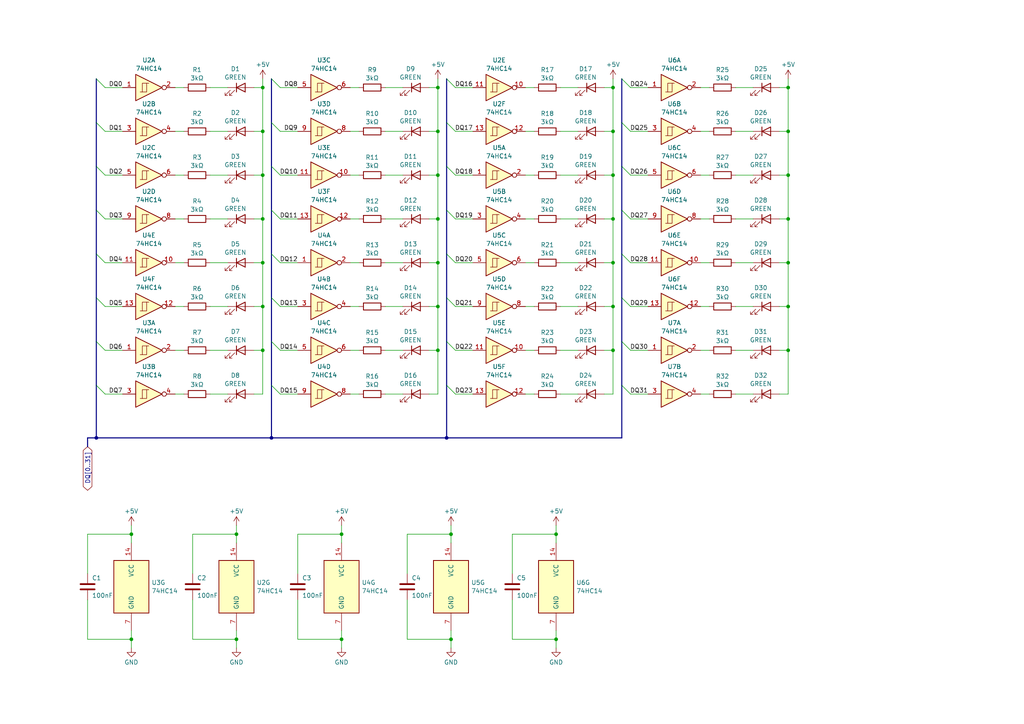
<source format=kicad_sch>
(kicad_sch (version 20231120) (generator "eeschema") (generator_version "8.0")
  (paper "A4")
  (title_block (title "SIMM72BL") (date "2024-12-04") (rev "1.2") (company "Lostwave") (comment 1 "https://github.com/demik/oldworld") (comment 2 "68kmla"))
  (lib_symbols
    (symbol "74xx:74HC14" (pin_names (offset 1.016))
      (property "Reference" "U" (at 0 1.27 0))
      (property "Value" "74HC14" (at 0 -1.27 0))
      (symbol "74HC14_1_0"
        (pin input line (at -7.62 0 0) (length 3.81) (name "~") (number "1"))
        (pin output inverted (at 7.62 0 180) (length 3.81) (name "~") (number "2"))
      )
      (symbol "74HC14_2_0"
        (pin input line (at -7.62 0 0) (length 3.81) (name "~") (number "3"))
        (pin output inverted (at 7.62 0 180) (length 3.81) (name "~") (number "4"))
      )
      (symbol "74HC14_3_0"
        (pin input line (at -7.62 0 0) (length 3.81) (name "~") (number "5"))
        (pin output inverted (at 7.62 0 180) (length 3.81) (name "~") (number "6"))
      )
      (symbol "74HC14_4_0"
        (pin output inverted (at 7.62 0 180) (length 3.81) (name "~") (number "8"))
        (pin input line (at -7.62 0 0) (length 3.81) (name "~") (number "9"))
      )
      (symbol "74HC14_5_0"
        (pin output inverted (at 7.62 0 180) (length 3.81) (name "~") (number "10"))
        (pin input line (at -7.62 0 0) (length 3.81) (name "~") (number "11"))
      )
      (symbol "74HC14_6_0"
        (pin output inverted (at 7.62 0 180) (length 3.81) (name "~") (number "12"))
        (pin input line (at -7.62 0 0) (length 3.81) (name "~") (number "13"))
      )
      (symbol "74HC14_7_0"
        (pin power_in line (at 0 12.7 270) (length 5.08) (name "VCC") (number "14"))
        (pin power_in line (at 0 -12.7 90) (length 5.08) (name "GND") (number "7"))
      )
    )
    (symbol "Device:C" (pin_numbers hide) (pin_names (offset 0.254))
      (property "Reference" "C" (at 0.635 2.54 0))
      (property "Value" "C" (at 0.635 -2.54 0))
      (symbol "C_1_1"
        (pin passive line (at 0 3.81 270) (length 2.794) (name "~") (number "1"))
        (pin passive line (at 0 -3.81 90) (length 2.794) (name "~") (number "2"))
      )
    )
    (symbol "Device:LED" (pin_numbers hide) (pin_names (offset 1.016) hide)
      (property "Reference" "D" (at 0 2.54 0))
      (property "Value" "LED" (at 0 -2.54 0))
      (symbol "LED_1_1"
        (pin passive line (at -3.81 0 0) (length 2.54) (name "K") (number "1"))
        (pin passive line (at 3.81 0 180) (length 2.54) (name "A") (number "2"))
      )
    )
    (symbol "Device:R" (pin_numbers hide) (pin_names (offset 0))
      (property "Reference" "R" (at 2.032 0 90))
      (property "Value" "R" (at 0 0 90))
      (symbol "R_1_1"
        (pin passive line (at 0 3.81 270) (length 1.27) (name "~") (number "1"))
        (pin passive line (at 0 -3.81 90) (length 1.27) (name "~") (number "2"))
      )
    )
    (symbol "power:+5V" (power) (pin_names (offset 0))
      (property "Value" "+5V" (at 0 3.556 0))
      (symbol "+5V_1_1"
        (pin power_in line (at 0 0 90) (length 0) hide (name "+5V") (number "1"))
      )
    )
    (symbol "power:GND" (power) (pin_names (offset 0))
      (property "Value" "GND" (at 0 -3.81 0))
      (symbol "GND_1_1"
        (pin power_in line (at 0 0 270) (length 0) hide (name "GND") (number "1"))
      )
    )
  )
  (junction (at 38.1 154.94))
  (junction (at 161.29 185.42))
  (junction (at 228.6 25.4))
  (junction (at 68.58 185.42))
  (junction (at 177.8 88.9))
  (junction (at 177.8 50.8))
  (junction (at 228.6 38.1))
  (junction (at 177.8 38.1))
  (junction (at 228.6 101.6))
  (junction (at 76.2 101.6))
  (junction (at 228.6 88.9))
  (junction (at 177.8 101.6))
  (junction (at 127 38.1))
  (junction (at 127 50.8))
  (junction (at 76.2 88.9))
  (junction (at 177.8 63.5))
  (junction (at 27.94 127))
  (junction (at 177.8 25.4))
  (junction (at 161.29 154.94))
  (junction (at 76.2 50.8))
  (junction (at 127 101.6))
  (junction (at 127 88.9))
  (junction (at 76.2 38.1))
  (junction (at 228.6 76.2))
  (junction (at 68.58 154.94))
  (junction (at 38.1 185.42))
  (junction (at 127 25.4))
  (junction (at 127 76.2))
  (junction (at 228.6 50.8))
  (junction (at 99.06 185.42))
  (junction (at 76.2 76.2))
  (junction (at 130.81 185.42))
  (junction (at 76.2 63.5))
  (junction (at 78.74 127))
  (junction (at 99.06 154.94))
  (junction (at 130.81 154.94))
  (junction (at 76.2 25.4))
  (junction (at 129.54 127))
  (junction (at 127 63.5))
  (junction (at 228.6 63.5))
  (junction (at 177.8 76.2))
  (bus_entry (at 27.94 35.56) (size 2.54 2.54))
  (bus_entry (at 27.94 22.86) (size 2.54 2.54))
  (bus_entry (at 27.94 48.26) (size 2.54 2.54))
  (bus_entry (at 129.54 60.96) (size 2.54 2.54))
  (bus_entry (at 27.94 99.06) (size 2.54 2.54))
  (bus_entry (at 78.74 48.26) (size 2.54 2.54))
  (bus_entry (at 180.34 99.06) (size 2.54 2.54))
  (bus_entry (at 180.34 22.86) (size 2.54 2.54))
  (bus_entry (at 27.94 86.36) (size 2.54 2.54))
  (bus_entry (at 78.74 99.06) (size 2.54 2.54))
  (bus_entry (at 129.54 73.66) (size 2.54 2.54))
  (bus_entry (at 180.34 86.36) (size 2.54 2.54))
  (bus_entry (at 78.74 111.76) (size 2.54 2.54))
  (bus_entry (at 129.54 35.56) (size 2.54 2.54))
  (bus_entry (at 27.94 73.66) (size 2.54 2.54))
  (bus_entry (at 180.34 111.76) (size 2.54 2.54))
  (bus_entry (at 129.54 48.26) (size 2.54 2.54))
  (bus_entry (at 78.74 60.96) (size 2.54 2.54))
  (bus_entry (at 27.94 60.96) (size 2.54 2.54))
  (bus_entry (at 129.54 22.86) (size 2.54 2.54))
  (bus_entry (at 78.74 86.36) (size 2.54 2.54))
  (bus_entry (at 180.34 73.66) (size 2.54 2.54))
  (bus_entry (at 129.54 111.76) (size 2.54 2.54))
  (bus_entry (at 78.74 73.66) (size 2.54 2.54))
  (bus_entry (at 27.94 111.76) (size 2.54 2.54))
  (bus_entry (at 180.34 48.26) (size 2.54 2.54))
  (bus_entry (at 78.74 22.86) (size 2.54 2.54))
  (bus_entry (at 129.54 99.06) (size 2.54 2.54))
  (bus_entry (at 180.34 60.96) (size 2.54 2.54))
  (bus_entry (at 78.74 35.56) (size 2.54 2.54))
  (bus_entry (at 180.34 35.56) (size 2.54 2.54))
  (bus_entry (at 129.54 86.36) (size 2.54 2.54))
  (wire (pts (xy 182.88 38.1) (xy 187.96 38.1)))
  (wire (pts (xy 177.8 101.6) (xy 177.8 88.9)))
  (wire (pts (xy 111.76 38.1) (xy 116.84 38.1)))
  (wire (pts (xy 111.76 63.5) (xy 116.84 63.5)))
  (wire (pts (xy 118.11 185.42) (xy 118.11 173.99)))
  (bus (pts (xy 78.74 86.36) (xy 78.74 99.06)))
  (wire (pts (xy 175.26 88.9) (xy 177.8 88.9)))
  (bus (pts (xy 180.34 22.86) (xy 180.34 35.56)))
  (wire (pts (xy 127 88.9) (xy 127 76.2)))
  (bus (pts (xy 129.54 127) (xy 180.34 127)))
  (wire (pts (xy 86.36 154.94) (xy 99.06 154.94)))
  (wire (pts (xy 130.81 185.42) (xy 118.11 185.42)))
  (wire (pts (xy 132.08 114.3) (xy 137.16 114.3)))
  (wire (pts (xy 38.1 185.42) (xy 38.1 187.96)))
  (wire (pts (xy 213.36 38.1) (xy 218.44 38.1)))
  (wire (pts (xy 127 63.5) (xy 124.46 63.5)))
  (wire (pts (xy 68.58 185.42) (xy 55.88 185.42)))
  (wire (pts (xy 228.6 50.8) (xy 226.06 50.8)))
  (wire (pts (xy 76.2 88.9) (xy 76.2 76.2)))
  (wire (pts (xy 162.56 114.3) (xy 167.64 114.3)))
  (wire (pts (xy 101.6 76.2) (xy 104.14 76.2)))
  (wire (pts (xy 130.81 154.94) (xy 130.81 157.48)))
  (wire (pts (xy 127 25.4) (xy 124.46 25.4)))
  (wire (pts (xy 203.2 50.8) (xy 205.74 50.8)))
  (wire (pts (xy 228.6 25.4) (xy 226.06 25.4)))
  (wire (pts (xy 50.8 38.1) (xy 53.34 38.1)))
  (bus (pts (xy 27.94 48.26) (xy 27.94 60.96)))
  (wire (pts (xy 127 50.8) (xy 127 63.5)))
  (wire (pts (xy 60.96 38.1) (xy 66.04 38.1)))
  (wire (pts (xy 127 38.1) (xy 127 50.8)))
  (bus (pts (xy 27.94 111.76) (xy 27.94 127)))
  (wire (pts (xy 213.36 63.5) (xy 218.44 63.5)))
  (wire (pts (xy 228.6 63.5) (xy 226.06 63.5)))
  (wire (pts (xy 228.6 50.8) (xy 228.6 63.5)))
  (wire (pts (xy 177.8 22.86) (xy 177.8 25.4)))
  (wire (pts (xy 127 101.6) (xy 127 88.9)))
  (wire (pts (xy 76.2 101.6) (xy 76.2 88.9)))
  (bus (pts (xy 78.74 35.56) (xy 78.74 48.26)))
  (wire (pts (xy 81.28 50.8) (xy 86.36 50.8)))
  (wire (pts (xy 30.48 114.3) (xy 35.56 114.3)))
  (wire (pts (xy 101.6 101.6) (xy 104.14 101.6)))
  (wire (pts (xy 38.1 182.88) (xy 38.1 185.42)))
  (wire (pts (xy 127 50.8) (xy 124.46 50.8)))
  (wire (pts (xy 203.2 101.6) (xy 205.74 101.6)))
  (wire (pts (xy 60.96 63.5) (xy 66.04 63.5)))
  (wire (pts (xy 130.81 152.4) (xy 130.81 154.94)))
  (wire (pts (xy 124.46 88.9) (xy 127 88.9)))
  (wire (pts (xy 148.59 185.42) (xy 148.59 173.99)))
  (wire (pts (xy 162.56 76.2) (xy 167.64 76.2)))
  (wire (pts (xy 182.88 76.2) (xy 187.96 76.2)))
  (wire (pts (xy 55.88 154.94) (xy 68.58 154.94)))
  (bus (pts (xy 129.54 48.26) (xy 129.54 60.96)))
  (wire (pts (xy 50.8 114.3) (xy 53.34 114.3)))
  (wire (pts (xy 177.8 63.5) (xy 175.26 63.5)))
  (wire (pts (xy 118.11 166.37) (xy 118.11 154.94)))
  (wire (pts (xy 152.4 88.9) (xy 154.94 88.9)))
  (bus (pts (xy 129.54 99.06) (xy 129.54 111.76)))
  (wire (pts (xy 177.8 25.4) (xy 175.26 25.4)))
  (wire (pts (xy 228.6 38.1) (xy 228.6 50.8)))
  (wire (pts (xy 55.88 185.42) (xy 55.88 173.99)))
  (wire (pts (xy 127 76.2) (xy 127 63.5)))
  (wire (pts (xy 73.66 101.6) (xy 76.2 101.6)))
  (wire (pts (xy 30.48 88.9) (xy 35.56 88.9)))
  (wire (pts (xy 132.08 25.4) (xy 137.16 25.4)))
  (wire (pts (xy 152.4 114.3) (xy 154.94 114.3)))
  (wire (pts (xy 101.6 88.9) (xy 104.14 88.9)))
  (wire (pts (xy 162.56 38.1) (xy 167.64 38.1)))
  (wire (pts (xy 25.4 185.42) (xy 25.4 173.99)))
  (wire (pts (xy 68.58 185.42) (xy 68.58 187.96)))
  (wire (pts (xy 132.08 88.9) (xy 137.16 88.9)))
  (bus (pts (xy 180.34 35.56) (xy 180.34 48.26)))
  (wire (pts (xy 182.88 88.9) (xy 187.96 88.9)))
  (wire (pts (xy 60.96 50.8) (xy 66.04 50.8)))
  (bus (pts (xy 129.54 73.66) (xy 129.54 86.36)))
  (wire (pts (xy 162.56 88.9) (xy 167.64 88.9)))
  (wire (pts (xy 60.96 88.9) (xy 66.04 88.9)))
  (wire (pts (xy 30.48 38.1) (xy 35.56 38.1)))
  (wire (pts (xy 124.46 114.3) (xy 127 114.3)))
  (wire (pts (xy 130.81 182.88) (xy 130.81 185.42)))
  (bus (pts (xy 180.34 48.26) (xy 180.34 60.96)))
  (wire (pts (xy 127 114.3) (xy 127 101.6)))
  (wire (pts (xy 55.88 166.37) (xy 55.88 154.94)))
  (wire (pts (xy 226.06 88.9) (xy 228.6 88.9)))
  (bus (pts (xy 78.74 22.86) (xy 78.74 35.56)))
  (wire (pts (xy 111.76 114.3) (xy 116.84 114.3)))
  (wire (pts (xy 76.2 22.86) (xy 76.2 25.4)))
  (wire (pts (xy 76.2 50.8) (xy 76.2 63.5)))
  (wire (pts (xy 152.4 76.2) (xy 154.94 76.2)))
  (bus (pts (xy 78.74 127) (xy 129.54 127)))
  (wire (pts (xy 111.76 88.9) (xy 116.84 88.9)))
  (wire (pts (xy 226.06 76.2) (xy 228.6 76.2)))
  (wire (pts (xy 81.28 63.5) (xy 86.36 63.5)))
  (wire (pts (xy 152.4 101.6) (xy 154.94 101.6)))
  (wire (pts (xy 99.06 154.94) (xy 99.06 157.48)))
  (wire (pts (xy 86.36 185.42) (xy 86.36 173.99)))
  (wire (pts (xy 132.08 38.1) (xy 137.16 38.1)))
  (bus (pts (xy 27.94 127) (xy 25.4 127)))
  (wire (pts (xy 124.46 101.6) (xy 127 101.6)))
  (wire (pts (xy 81.28 114.3) (xy 86.36 114.3)))
  (bus (pts (xy 180.34 86.36) (xy 180.34 99.06)))
  (wire (pts (xy 177.8 38.1) (xy 177.8 50.8)))
  (wire (pts (xy 50.8 88.9) (xy 53.34 88.9)))
  (bus (pts (xy 78.74 111.76) (xy 78.74 127)))
  (wire (pts (xy 50.8 101.6) (xy 53.34 101.6)))
  (wire (pts (xy 203.2 114.3) (xy 205.74 114.3)))
  (wire (pts (xy 60.96 114.3) (xy 66.04 114.3)))
  (bus (pts (xy 27.94 86.36) (xy 27.94 99.06)))
  (wire (pts (xy 50.8 50.8) (xy 53.34 50.8)))
  (bus (pts (xy 129.54 60.96) (xy 129.54 73.66)))
  (wire (pts (xy 101.6 38.1) (xy 104.14 38.1)))
  (wire (pts (xy 213.36 25.4) (xy 218.44 25.4)))
  (wire (pts (xy 76.2 25.4) (xy 73.66 25.4)))
  (bus (pts (xy 180.34 99.06) (xy 180.34 111.76)))
  (wire (pts (xy 177.8 76.2) (xy 177.8 63.5)))
  (wire (pts (xy 182.88 25.4) (xy 187.96 25.4)))
  (wire (pts (xy 175.26 76.2) (xy 177.8 76.2)))
  (wire (pts (xy 228.6 22.86) (xy 228.6 25.4)))
  (wire (pts (xy 177.8 50.8) (xy 175.26 50.8)))
  (wire (pts (xy 203.2 76.2) (xy 205.74 76.2)))
  (wire (pts (xy 213.36 88.9) (xy 218.44 88.9)))
  (wire (pts (xy 81.28 76.2) (xy 86.36 76.2)))
  (wire (pts (xy 182.88 114.3) (xy 187.96 114.3)))
  (wire (pts (xy 81.28 38.1) (xy 86.36 38.1)))
  (wire (pts (xy 111.76 25.4) (xy 116.84 25.4)))
  (bus (pts (xy 78.74 48.26) (xy 78.74 60.96)))
  (wire (pts (xy 177.8 88.9) (xy 177.8 76.2)))
  (wire (pts (xy 162.56 63.5) (xy 167.64 63.5)))
  (wire (pts (xy 25.4 154.94) (xy 38.1 154.94)))
  (wire (pts (xy 30.48 50.8) (xy 35.56 50.8)))
  (wire (pts (xy 30.48 25.4) (xy 35.56 25.4)))
  (bus (pts (xy 27.94 35.56) (xy 27.94 48.26)))
  (bus (pts (xy 129.54 22.86) (xy 129.54 35.56)))
  (wire (pts (xy 177.8 38.1) (xy 175.26 38.1)))
  (wire (pts (xy 76.2 114.3) (xy 76.2 101.6)))
  (wire (pts (xy 73.66 88.9) (xy 76.2 88.9)))
  (wire (pts (xy 30.48 76.2) (xy 35.56 76.2)))
  (wire (pts (xy 127 22.86) (xy 127 25.4)))
  (wire (pts (xy 101.6 50.8) (xy 104.14 50.8)))
  (wire (pts (xy 162.56 101.6) (xy 167.64 101.6)))
  (wire (pts (xy 76.2 25.4) (xy 76.2 38.1)))
  (bus (pts (xy 129.54 35.56) (xy 129.54 48.26)))
  (bus (pts (xy 27.94 22.86) (xy 27.94 35.56)))
  (wire (pts (xy 132.08 101.6) (xy 137.16 101.6)))
  (wire (pts (xy 76.2 76.2) (xy 76.2 63.5)))
  (wire (pts (xy 60.96 101.6) (xy 66.04 101.6)))
  (wire (pts (xy 148.59 166.37) (xy 148.59 154.94)))
  (wire (pts (xy 38.1 152.4) (xy 38.1 154.94)))
  (bus (pts (xy 78.74 60.96) (xy 78.74 73.66)))
  (wire (pts (xy 228.6 76.2) (xy 228.6 63.5)))
  (wire (pts (xy 86.36 166.37) (xy 86.36 154.94)))
  (wire (pts (xy 101.6 114.3) (xy 104.14 114.3)))
  (wire (pts (xy 73.66 114.3) (xy 76.2 114.3)))
  (wire (pts (xy 162.56 50.8) (xy 167.64 50.8)))
  (wire (pts (xy 111.76 50.8) (xy 116.84 50.8)))
  (wire (pts (xy 111.76 101.6) (xy 116.84 101.6)))
  (wire (pts (xy 99.06 152.4) (xy 99.06 154.94)))
  (wire (pts (xy 99.06 185.42) (xy 86.36 185.42)))
  (wire (pts (xy 177.8 25.4) (xy 177.8 38.1)))
  (wire (pts (xy 50.8 63.5) (xy 53.34 63.5)))
  (wire (pts (xy 76.2 63.5) (xy 73.66 63.5)))
  (wire (pts (xy 228.6 25.4) (xy 228.6 38.1)))
  (wire (pts (xy 111.76 76.2) (xy 116.84 76.2)))
  (wire (pts (xy 68.58 182.88) (xy 68.58 185.42)))
  (wire (pts (xy 203.2 25.4) (xy 205.74 25.4)))
  (bus (pts (xy 27.94 127) (xy 78.74 127)))
  (wire (pts (xy 175.26 114.3) (xy 177.8 114.3)))
  (wire (pts (xy 73.66 76.2) (xy 76.2 76.2)))
  (wire (pts (xy 132.08 50.8) (xy 137.16 50.8)))
  (wire (pts (xy 81.28 88.9) (xy 86.36 88.9)))
  (bus (pts (xy 27.94 99.06) (xy 27.94 111.76)))
  (wire (pts (xy 127 38.1) (xy 124.46 38.1)))
  (wire (pts (xy 127 25.4) (xy 127 38.1)))
  (wire (pts (xy 130.81 185.42) (xy 130.81 187.96)))
  (bus (pts (xy 129.54 111.76) (xy 129.54 127)))
  (wire (pts (xy 228.6 101.6) (xy 228.6 88.9)))
  (wire (pts (xy 213.36 50.8) (xy 218.44 50.8)))
  (wire (pts (xy 38.1 154.94) (xy 38.1 157.48)))
  (wire (pts (xy 177.8 50.8) (xy 177.8 63.5)))
  (wire (pts (xy 213.36 76.2) (xy 218.44 76.2)))
  (wire (pts (xy 203.2 88.9) (xy 205.74 88.9)))
  (bus (pts (xy 180.34 73.66) (xy 180.34 86.36)))
  (wire (pts (xy 152.4 63.5) (xy 154.94 63.5)))
  (wire (pts (xy 182.88 63.5) (xy 187.96 63.5)))
  (wire (pts (xy 161.29 154.94) (xy 161.29 157.48)))
  (wire (pts (xy 30.48 101.6) (xy 35.56 101.6)))
  (wire (pts (xy 162.56 25.4) (xy 167.64 25.4)))
  (wire (pts (xy 161.29 185.42) (xy 148.59 185.42)))
  (wire (pts (xy 228.6 88.9) (xy 228.6 76.2)))
  (wire (pts (xy 101.6 25.4) (xy 104.14 25.4)))
  (bus (pts (xy 78.74 73.66) (xy 78.74 86.36)))
  (wire (pts (xy 101.6 63.5) (xy 104.14 63.5)))
  (wire (pts (xy 148.59 154.94) (xy 161.29 154.94)))
  (wire (pts (xy 50.8 25.4) (xy 53.34 25.4)))
  (bus (pts (xy 180.34 111.76) (xy 180.34 127)))
  (wire (pts (xy 76.2 38.1) (xy 73.66 38.1)))
  (bus (pts (xy 25.4 127) (xy 25.4 129.54)))
  (wire (pts (xy 161.29 185.42) (xy 161.29 187.96)))
  (wire (pts (xy 99.06 185.42) (xy 99.06 187.96)))
  (wire (pts (xy 182.88 50.8) (xy 187.96 50.8)))
  (wire (pts (xy 161.29 182.88) (xy 161.29 185.42)))
  (bus (pts (xy 129.54 86.36) (xy 129.54 99.06)))
  (wire (pts (xy 175.26 101.6) (xy 177.8 101.6)))
  (wire (pts (xy 38.1 185.42) (xy 25.4 185.42)))
  (wire (pts (xy 152.4 38.1) (xy 154.94 38.1)))
  (wire (pts (xy 177.8 114.3) (xy 177.8 101.6)))
  (wire (pts (xy 203.2 38.1) (xy 205.74 38.1)))
  (wire (pts (xy 68.58 154.94) (xy 68.58 157.48)))
  (wire (pts (xy 124.46 76.2) (xy 127 76.2)))
  (wire (pts (xy 132.08 63.5) (xy 137.16 63.5)))
  (wire (pts (xy 152.4 50.8) (xy 154.94 50.8)))
  (bus (pts (xy 27.94 60.96) (xy 27.94 73.66)))
  (wire (pts (xy 25.4 166.37) (xy 25.4 154.94)))
  (bus (pts (xy 78.74 99.06) (xy 78.74 111.76)))
  (wire (pts (xy 81.28 25.4) (xy 86.36 25.4)))
  (wire (pts (xy 50.8 76.2) (xy 53.34 76.2)))
  (wire (pts (xy 132.08 76.2) (xy 137.16 76.2)))
  (wire (pts (xy 161.29 152.4) (xy 161.29 154.94)))
  (wire (pts (xy 99.06 182.88) (xy 99.06 185.42)))
  (wire (pts (xy 203.2 63.5) (xy 205.74 63.5)))
  (wire (pts (xy 60.96 76.2) (xy 66.04 76.2)))
  (bus (pts (xy 27.94 73.66) (xy 27.94 86.36)))
  (wire (pts (xy 152.4 25.4) (xy 154.94 25.4)))
  (wire (pts (xy 228.6 114.3) (xy 228.6 101.6)))
  (bus (pts (xy 180.34 60.96) (xy 180.34 73.66)))
  (wire (pts (xy 226.06 101.6) (xy 228.6 101.6)))
  (wire (pts (xy 76.2 38.1) (xy 76.2 50.8)))
  (wire (pts (xy 68.58 152.4) (xy 68.58 154.94)))
  (wire (pts (xy 228.6 38.1) (xy 226.06 38.1)))
  (wire (pts (xy 118.11 154.94) (xy 130.81 154.94)))
  (wire (pts (xy 213.36 114.3) (xy 218.44 114.3)))
  (wire (pts (xy 226.06 114.3) (xy 228.6 114.3)))
  (wire (pts (xy 81.28 101.6) (xy 86.36 101.6)))
  (wire (pts (xy 30.48 63.5) (xy 35.56 63.5)))
  (wire (pts (xy 76.2 50.8) (xy 73.66 50.8)))
  (wire (pts (xy 213.36 101.6) (xy 218.44 101.6)))
  (wire (pts (xy 182.88 101.6) (xy 187.96 101.6)))
  (wire (pts (xy 60.96 25.4) (xy 66.04 25.4)))
  (label "DQ3" (at 35.56 63.5 180))
  (label "DQ10" (at 86.36 50.8 180))
  (label "DQ11" (at 86.36 63.5 180))
  (label "DQ2" (at 35.56 50.8 180))
  (label "DQ30" (at 187.96 101.6 180))
  (label "DQ18" (at 137.16 50.8 180))
  (label "DQ1" (at 35.56 38.1 180))
  (label "DQ16" (at 137.16 25.4 180))
  (label "DQ4" (at 35.56 76.2 180))
  (label "DQ14" (at 86.36 101.6 180))
  (label "DQ29" (at 187.96 88.9 180))
  (label "DQ26" (at 187.96 50.8 180))
  (label "DQ25" (at 187.96 38.1 180))
  (label "DQ20" (at 137.16 76.2 180))
  (label "DQ22" (at 137.16 101.6 180))
  (label "DQ23" (at 137.16 114.3 180))
  (label "DQ6" (at 35.56 101.6 180))
  (label "DQ24" (at 187.96 25.4 180))
  (label "DQ5" (at 35.56 88.9 180))
  (label "DQ9" (at 86.36 38.1 180))
  (label "DQ7" (at 35.56 114.3 180))
  (label "DQ13" (at 86.36 88.9 180))
  (label "DQ0" (at 35.56 25.4 180))
  (label "DQ15" (at 86.36 114.3 180))
  (label "DQ17" (at 137.16 38.1 180))
  (label "DQ19" (at 137.16 63.5 180))
  (label "DQ12" (at 86.36 76.2 180))
  (label "DQ21" (at 137.16 88.9 180))
  (label "DQ27" (at 187.96 63.5 180))
  (label "DQ28" (at 187.96 76.2 180))
  (label "DQ8" (at 86.36 25.4 180))
  (label "DQ31" (at 187.96 114.3 180))
  (global_label "DQ[0..31]" (shape bidirectional) (at 25.4 129.54 270) (property "Intersheetrefs" "${INTERSHEET_REFS}" (effects (hide yes))))
  (symbol (lib_id "Device:LED") (at 222.25 25.4 0) (unit 1)
    (property "Reference" "D25" (at 220.6625 19.9857 0))
    (property "Value" "GREEN" (at 220.6625 22.4099 0))
    (property "Footprint" "Diode_SMD:D_0805_2012Metric" (effects (hide yes)))
  )
  (symbol (lib_id "74xx:74HC14") (at 93.98 114.3 0) (unit 4)
    (property "Reference" "U4" (at 93.98 106.3457 0))
    (property "Value" "74HC14" (at 93.98 108.7699 0))
    (property "Footprint" "Package_SO:SOIC-14_3.9x8.7mm_P1.27mm" (effects (hide yes)))
    (property "Datasheet" "http://www.ti.com/lit/gpn/sn74HC14" (effects (hide yes)))
  )
  (symbol (lib_id "power:+5V") (at 228.6 22.86 0) (unit 1)
    (property "Reference" "#PWR06" (effects (hide yes)))
    (property "Value" "+5V" (at 228.6 18.7269 0))
  )
  (symbol (lib_id "74xx:74HC14") (at 93.98 25.4 0) (unit 3)
    (property "Reference" "U3" (at 93.98 17.4457 0))
    (property "Value" "74HC14" (at 93.98 19.8699 0))
    (property "Footprint" "Package_SO:SOIC-14_3.9x8.7mm_P1.27mm" (effects (hide yes)))
    (property "Datasheet" "http://www.ti.com/lit/gpn/sn74HC14" (effects (hide yes)))
  )
  (symbol (lib_id "74xx:74HC14") (at 93.98 50.8 0) (unit 5)
    (property "Reference" "U3" (at 93.98 42.8457 0))
    (property "Value" "74HC14" (at 93.98 45.2699 0))
    (property "Footprint" "Package_SO:SOIC-14_3.9x8.7mm_P1.27mm" (effects (hide yes)))
    (property "Datasheet" "http://www.ti.com/lit/gpn/sn74HC14" (effects (hide yes)))
  )
  (symbol (lib_id "74xx:74HC14") (at 43.18 101.6 0) (unit 1)
    (property "Reference" "U3" (at 43.18 93.6457 0))
    (property "Value" "74HC14" (at 43.18 96.0699 0))
    (property "Footprint" "Package_SO:SOIC-14_3.9x8.7mm_P1.27mm" (effects (hide yes)))
    (property "Datasheet" "http://www.ti.com/lit/gpn/sn74HC14" (effects (hide yes)))
  )
  (symbol (lib_id "74xx:74HC14") (at 144.78 38.1 0) (unit 6)
    (property "Reference" "U2" (at 144.78 30.1457 0))
    (property "Value" "74HC14" (at 144.78 32.5699 0))
    (property "Footprint" "Package_SO:SOIC-14_3.9x8.7mm_P1.27mm" (effects (hide yes)))
    (property "Datasheet" "http://www.ti.com/lit/gpn/sn74HC14" (effects (hide yes)))
  )
  (symbol (lib_id "Device:LED") (at 69.85 101.6 0) (unit 1)
    (property "Reference" "D7" (at 68.2625 96.1857 0))
    (property "Value" "GREEN" (at 68.2625 98.6099 0))
    (property "Footprint" "Diode_SMD:D_0805_2012Metric" (effects (hide yes)))
  )
  (symbol (lib_id "Device:LED") (at 120.65 38.1 0) (unit 1)
    (property "Reference" "D10" (at 119.0625 32.6857 0))
    (property "Value" "GREEN" (at 119.0625 35.1099 0))
    (property "Footprint" "Diode_SMD:D_0805_2012Metric" (effects (hide yes)))
  )
  (symbol (lib_id "Device:LED") (at 171.45 25.4 0) (unit 1)
    (property "Reference" "D17" (at 169.8625 19.9857 0))
    (property "Value" "GREEN" (at 169.8625 22.4099 0))
    (property "Footprint" "Diode_SMD:D_0805_2012Metric" (effects (hide yes)))
  )
  (symbol (lib_id "Device:R") (at 209.55 88.9 90) (unit 1)
    (property "Reference" "R30" (at 209.55 83.7397 90))
    (property "Value" "3kΩ" (at 209.55 86.1639 90))
    (property "Footprint" "Resistor_SMD:R_0402_1005Metric" (effects (hide yes)))
  )
  (symbol (lib_id "74xx:74HC14") (at 195.58 76.2 0) (unit 5)
    (property "Reference" "U6" (at 195.58 68.2457 0))
    (property "Value" "74HC14" (at 195.58 70.6699 0))
    (property "Footprint" "Package_SO:SOIC-14_3.9x8.7mm_P1.27mm" (effects (hide yes)))
    (property "Datasheet" "http://www.ti.com/lit/gpn/sn74HC14" (effects (hide yes)))
  )
  (symbol (lib_id "Device:LED") (at 69.85 88.9 0) (unit 1)
    (property "Reference" "D6" (at 68.2625 83.4857 0))
    (property "Value" "GREEN" (at 68.2625 85.9099 0))
    (property "Footprint" "Diode_SMD:D_0805_2012Metric" (effects (hide yes)))
  )
  (symbol (lib_id "Device:R") (at 158.75 76.2 90) (unit 1)
    (property "Reference" "R21" (at 158.75 71.0397 90))
    (property "Value" "3kΩ" (at 158.75 73.4639 90))
    (property "Footprint" "Resistor_SMD:R_0402_1005Metric" (effects (hide yes)))
  )
  (symbol (lib_id "74xx:74HC14") (at 43.18 25.4 0) (unit 1)
    (property "Reference" "U2" (at 43.18 17.4457 0))
    (property "Value" "74HC14" (at 43.18 19.8699 0))
    (property "Footprint" "Package_SO:SOIC-14_3.9x8.7mm_P1.27mm" (effects (hide yes)))
    (property "Datasheet" "http://www.ti.com/lit/gpn/sn74HC14" (effects (hide yes)))
  )
  (symbol (lib_id "74xx:74HC14") (at 93.98 76.2 0) (unit 1)
    (property "Reference" "U4" (at 93.98 68.2457 0))
    (property "Value" "74HC14" (at 93.98 70.6699 0))
    (property "Footprint" "Package_SO:SOIC-14_3.9x8.7mm_P1.27mm" (effects (hide yes)))
    (property "Datasheet" "http://www.ti.com/lit/gpn/sn74HC14" (effects (hide yes)))
  )
  (symbol (lib_id "Device:LED") (at 171.45 63.5 0) (unit 1)
    (property "Reference" "D20" (at 169.8625 58.0857 0))
    (property "Value" "GREEN" (at 169.8625 60.5099 0))
    (property "Footprint" "Diode_SMD:D_0805_2012Metric" (effects (hide yes)))
  )
  (symbol (lib_id "Device:R") (at 107.95 88.9 90) (unit 1)
    (property "Reference" "R14" (at 107.95 83.7397 90))
    (property "Value" "3kΩ" (at 107.95 86.1639 90))
    (property "Footprint" "Resistor_SMD:R_0402_1005Metric" (effects (hide yes)))
  )
  (symbol (lib_id "Device:LED") (at 120.65 50.8 0) (unit 1)
    (property "Reference" "D11" (at 119.0625 45.3857 0))
    (property "Value" "GREEN" (at 119.0625 47.8099 0))
    (property "Footprint" "Diode_SMD:D_0805_2012Metric" (effects (hide yes)))
  )
  (symbol (lib_id "Device:LED") (at 69.85 63.5 0) (unit 1)
    (property "Reference" "D4" (at 68.2625 58.0857 0))
    (property "Value" "GREEN" (at 68.2625 60.5099 0))
    (property "Footprint" "Diode_SMD:D_0805_2012Metric" (effects (hide yes)))
  )
  (symbol (lib_id "Device:R") (at 158.75 88.9 90) (unit 1)
    (property "Reference" "R22" (at 158.75 83.7397 90))
    (property "Value" "3kΩ" (at 158.75 86.1639 90))
    (property "Footprint" "Resistor_SMD:R_0402_1005Metric" (effects (hide yes)))
  )
  (symbol (lib_id "Device:LED") (at 171.45 114.3 0) (unit 1)
    (property "Reference" "D24" (at 169.8625 108.8857 0))
    (property "Value" "GREEN" (at 169.8625 111.3099 0))
    (property "Footprint" "Diode_SMD:D_0805_2012Metric" (effects (hide yes)))
  )
  (symbol (lib_id "power:GND") (at 68.58 187.96 0) (unit 1)
    (property "Reference" "#PWR010" (effects (hide yes)))
    (property "Value" "GND" (at 68.58 192.0931 0))
  )
  (symbol (lib_id "power:+5V") (at 68.58 152.4 0) (unit 1)
    (property "Reference" "#PWR09" (effects (hide yes)))
    (property "Value" "+5V" (at 68.58 148.2669 0))
  )
  (symbol (lib_id "Device:LED") (at 171.45 38.1 0) (unit 1)
    (property "Reference" "D18" (at 169.8625 32.6857 0))
    (property "Value" "GREEN" (at 169.8625 35.1099 0))
    (property "Footprint" "Diode_SMD:D_0805_2012Metric" (effects (hide yes)))
  )
  (symbol (lib_id "Device:R") (at 107.95 101.6 90) (unit 1)
    (property "Reference" "R15" (at 107.95 96.4397 90))
    (property "Value" "3kΩ" (at 107.95 98.8639 90))
    (property "Footprint" "Resistor_SMD:R_0402_1005Metric" (effects (hide yes)))
  )
  (symbol (lib_id "Device:LED") (at 222.25 101.6 0) (unit 1)
    (property "Reference" "D31" (at 220.6625 96.1857 0))
    (property "Value" "GREEN" (at 220.6625 98.6099 0))
    (property "Footprint" "Diode_SMD:D_0805_2012Metric" (effects (hide yes)))
  )
  (symbol (lib_id "Device:LED") (at 222.25 50.8 0) (unit 1)
    (property "Reference" "D27" (at 220.6625 45.3857 0))
    (property "Value" "GREEN" (at 220.6625 47.8099 0))
    (property "Footprint" "Diode_SMD:D_0805_2012Metric" (effects (hide yes)))
  )
  (symbol (lib_id "74xx:74HC14") (at 144.78 76.2 0) (unit 3)
    (property "Reference" "U5" (at 144.78 68.2457 0))
    (property "Value" "74HC14" (at 144.78 70.6699 0))
    (property "Footprint" "Package_SO:SOIC-14_3.9x8.7mm_P1.27mm" (effects (hide yes)))
    (property "Datasheet" "http://www.ti.com/lit/gpn/sn74HC14" (effects (hide yes)))
  )
  (symbol (lib_id "Device:R") (at 57.15 101.6 90) (unit 1)
    (property "Reference" "R7" (at 57.15 96.4397 90))
    (property "Value" "3kΩ" (at 57.15 98.8639 90))
    (property "Footprint" "Resistor_SMD:R_0402_1005Metric" (effects (hide yes)))
  )
  (symbol (lib_id "Device:R") (at 209.55 114.3 90) (unit 1)
    (property "Reference" "R32" (at 209.55 109.1397 90))
    (property "Value" "3kΩ" (at 209.55 111.5639 90))
    (property "Footprint" "Resistor_SMD:R_0402_1005Metric" (effects (hide yes)))
  )
  (symbol (lib_id "Device:R") (at 158.75 101.6 90) (unit 1)
    (property "Reference" "R23" (at 158.75 96.4397 90))
    (property "Value" "3kΩ" (at 158.75 98.8639 90))
    (property "Footprint" "Resistor_SMD:R_0402_1005Metric" (effects (hide yes)))
  )
  (symbol (lib_id "Device:R") (at 107.95 38.1 90) (unit 1)
    (property "Reference" "R10" (at 107.95 32.9397 90))
    (property "Value" "3kΩ" (at 107.95 35.3639 90))
    (property "Footprint" "Resistor_SMD:R_0402_1005Metric" (effects (hide yes)))
  )
  (symbol (lib_id "Device:R") (at 107.95 25.4 90) (unit 1)
    (property "Reference" "R9" (at 107.95 20.2397 90))
    (property "Value" "3kΩ" (at 107.95 22.6639 90))
    (property "Footprint" "Resistor_SMD:R_0402_1005Metric" (effects (hide yes)))
  )
  (symbol (lib_id "power:+5V") (at 38.1 152.4 0) (unit 1)
    (property "Reference" "#PWR07" (effects (hide yes)))
    (property "Value" "+5V" (at 38.1 148.2669 0))
  )
  (symbol (lib_id "74xx:74HC14") (at 144.78 63.5 0) (unit 2)
    (property "Reference" "U5" (at 144.78 55.5457 0))
    (property "Value" "74HC14" (at 144.78 57.9699 0))
    (property "Footprint" "Package_SO:SOIC-14_3.9x8.7mm_P1.27mm" (effects (hide yes)))
    (property "Datasheet" "http://www.ti.com/lit/gpn/sn74HC14" (effects (hide yes)))
  )
  (symbol (lib_id "74xx:74HC14") (at 93.98 101.6 0) (unit 3)
    (property "Reference" "U4" (at 93.98 93.6457 0))
    (property "Value" "74HC14" (at 93.98 96.0699 0))
    (property "Footprint" "Package_SO:SOIC-14_3.9x8.7mm_P1.27mm" (effects (hide yes)))
    (property "Datasheet" "http://www.ti.com/lit/gpn/sn74HC14" (effects (hide yes)))
  )
  (symbol (lib_id "74xx:74HC14") (at 93.98 38.1 0) (unit 4)
    (property "Reference" "U3" (at 93.98 30.1457 0))
    (property "Value" "74HC14" (at 93.98 32.5699 0))
    (property "Footprint" "Package_SO:SOIC-14_3.9x8.7mm_P1.27mm" (effects (hide yes)))
    (property "Datasheet" "http://www.ti.com/lit/gpn/sn74HC14" (effects (hide yes)))
  )
  (symbol (lib_id "Device:LED") (at 120.65 114.3 0) (unit 1)
    (property "Reference" "D16" (at 119.0625 108.8857 0))
    (property "Value" "GREEN" (at 119.0625 111.3099 0))
    (property "Footprint" "Diode_SMD:D_0805_2012Metric" (effects (hide yes)))
  )
  (symbol (lib_id "Device:C") (at 25.4 170.18 0) (unit 1)
    (property "Reference" "C1" (at 26.67 167.64 0) (effects (justify left)))
    (property "Value" "100nF" (at 26.67 172.72 0) (effects (justify left)))
    (property "Footprint" "Capacitor_SMD:C_0402_1005Metric" (effects (hide yes)))
  )
  (symbol (lib_id "Device:R") (at 57.15 25.4 90) (unit 1)
    (property "Reference" "R1" (at 57.15 20.2397 90))
    (property "Value" "3kΩ" (at 57.15 22.6639 90))
    (property "Footprint" "Resistor_SMD:R_0402_1005Metric" (effects (hide yes)))
  )
  (symbol (lib_id "Device:R") (at 57.15 88.9 90) (unit 1)
    (property "Reference" "R6" (at 57.15 83.7397 90))
    (property "Value" "3kΩ" (at 57.15 86.1639 90))
    (property "Footprint" "Resistor_SMD:R_0402_1005Metric" (effects (hide yes)))
  )
  (symbol (lib_id "Device:LED") (at 69.85 114.3 0) (unit 1)
    (property "Reference" "D8" (at 68.2625 108.8857 0))
    (property "Value" "GREEN" (at 68.2625 111.3099 0))
    (property "Footprint" "Diode_SMD:D_0805_2012Metric" (effects (hide yes)))
  )
  (symbol (lib_id "Device:R") (at 107.95 50.8 90) (unit 1)
    (property "Reference" "R11" (at 107.95 45.6397 90))
    (property "Value" "3kΩ" (at 107.95 48.0639 90))
    (property "Footprint" "Resistor_SMD:R_0402_1005Metric" (effects (hide yes)))
  )
  (symbol (lib_id "74xx:74HC14") (at 43.18 88.9 0) (unit 6)
    (property "Reference" "U4" (at 43.18 80.9457 0))
    (property "Value" "74HC14" (at 43.18 83.3699 0))
    (property "Footprint" "Package_SO:SOIC-14_3.9x8.7mm_P1.27mm" (effects (hide yes)))
    (property "Datasheet" "http://www.ti.com/lit/gpn/sn74HC14" (effects (hide yes)))
  )
  (symbol (lib_id "74xx:74HC14") (at 144.78 101.6 0) (unit 5)
    (property "Reference" "U5" (at 144.78 93.6457 0))
    (property "Value" "74HC14" (at 144.78 96.0699 0))
    (property "Footprint" "Package_SO:SOIC-14_3.9x8.7mm_P1.27mm" (effects (hide yes)))
    (property "Datasheet" "http://www.ti.com/lit/gpn/sn74HC14" (effects (hide yes)))
  )
  (symbol (lib_id "Device:LED") (at 222.25 114.3 0) (unit 1)
    (property "Reference" "D32" (at 220.6625 108.8857 0))
    (property "Value" "GREEN" (at 220.6625 111.3099 0))
    (property "Footprint" "Diode_SMD:D_0805_2012Metric" (effects (hide yes)))
  )
  (symbol (lib_id "Device:R") (at 107.95 76.2 90) (unit 1)
    (property "Reference" "R13" (at 107.95 71.0397 90))
    (property "Value" "3kΩ" (at 107.95 73.4639 90))
    (property "Footprint" "Resistor_SMD:R_0402_1005Metric" (effects (hide yes)))
  )
  (symbol (lib_id "Device:LED") (at 222.25 76.2 0) (unit 1)
    (property "Reference" "D29" (at 220.6625 70.7857 0))
    (property "Value" "GREEN" (at 220.6625 73.2099 0))
    (property "Footprint" "Diode_SMD:D_0805_2012Metric" (effects (hide yes)))
  )
  (symbol (lib_id "power:+5V") (at 177.8 22.86 0) (unit 1)
    (property "Reference" "#PWR05" (effects (hide yes)))
    (property "Value" "+5V" (at 177.8 18.7269 0))
  )
  (symbol (lib_id "74xx:74HC14") (at 43.18 114.3 0) (unit 2)
    (property "Reference" "U3" (at 43.18 106.3457 0))
    (property "Value" "74HC14" (at 43.18 108.7699 0))
    (property "Footprint" "Package_SO:SOIC-14_3.9x8.7mm_P1.27mm" (effects (hide yes)))
    (property "Datasheet" "http://www.ti.com/lit/gpn/sn74HC14" (effects (hide yes)))
  )
  (symbol (lib_id "Device:R") (at 209.55 25.4 90) (unit 1)
    (property "Reference" "R25" (at 209.55 20.2397 90))
    (property "Value" "3kΩ" (at 209.55 22.6639 90))
    (property "Footprint" "Resistor_SMD:R_0402_1005Metric" (effects (hide yes)))
  )
  (symbol (lib_id "74xx:74HC14") (at 161.29 170.18 0) (unit 7)
    (property "Reference" "U6" (at 167.132 168.9679 0) (effects (justify left)))
    (property "Value" "74HC14" (at 167.132 171.3921 0) (effects (justify left)))
    (property "Footprint" "Package_SO:SOIC-14_3.9x8.7mm_P1.27mm" (effects (hide yes)))
    (property "Datasheet" "http://www.ti.com/lit/gpn/sn74HC14" (effects (hide yes)))
  )
  (symbol (lib_id "Device:C") (at 86.36 170.18 0) (unit 1)
    (property "Reference" "C3" (at 87.63 167.64 0) (effects (justify left)))
    (property "Value" "100nF" (at 87.63 172.72 0) (effects (justify left)))
    (property "Footprint" "Capacitor_SMD:C_0402_1005Metric" (effects (hide yes)))
  )
  (symbol (lib_id "74xx:74HC14") (at 38.1 170.18 0) (unit 7)
    (property "Reference" "U3" (at 43.942 168.9679 0) (effects (justify left)))
    (property "Value" "74HC14" (at 43.942 171.3921 0) (effects (justify left)))
    (property "Footprint" "Package_SO:SOIC-14_3.9x8.7mm_P1.27mm" (effects (hide yes)))
    (property "Datasheet" "http://www.ti.com/lit/gpn/sn74HC14" (effects (hide yes)))
  )
  (symbol (lib_id "Device:R") (at 57.15 63.5 90) (unit 1)
    (property "Reference" "R4" (at 57.15 58.3397 90))
    (property "Value" "3kΩ" (at 57.15 60.7639 90))
    (property "Footprint" "Resistor_SMD:R_0402_1005Metric" (effects (hide yes)))
  )
  (symbol (lib_id "Device:LED") (at 120.65 88.9 0) (unit 1)
    (property "Reference" "D14" (at 119.0625 83.4857 0))
    (property "Value" "GREEN" (at 119.0625 85.9099 0))
    (property "Footprint" "Diode_SMD:D_0805_2012Metric" (effects (hide yes)))
  )
  (symbol (lib_id "Device:R") (at 158.75 38.1 90) (unit 1)
    (property "Reference" "R18" (at 158.75 32.9397 90))
    (property "Value" "3kΩ" (at 158.75 35.3639 90))
    (property "Footprint" "Resistor_SMD:R_0402_1005Metric" (effects (hide yes)))
  )
  (symbol (lib_id "Device:LED") (at 222.25 63.5 0) (unit 1)
    (property "Reference" "D28" (at 220.6625 58.0857 0))
    (property "Value" "GREEN" (at 220.6625 60.5099 0))
    (property "Footprint" "Diode_SMD:D_0805_2012Metric" (effects (hide yes)))
  )
  (symbol (lib_id "Device:R") (at 107.95 114.3 90) (unit 1)
    (property "Reference" "R16" (at 107.95 109.1397 90))
    (property "Value" "3kΩ" (at 107.95 111.5639 90))
    (property "Footprint" "Resistor_SMD:R_0402_1005Metric" (effects (hide yes)))
  )
  (symbol (lib_id "74xx:74HC14") (at 195.58 88.9 0) (unit 6)
    (property "Reference" "U6" (at 195.58 80.9457 0))
    (property "Value" "74HC14" (at 195.58 83.3699 0))
    (property "Footprint" "Package_SO:SOIC-14_3.9x8.7mm_P1.27mm" (effects (hide yes)))
    (property "Datasheet" "http://www.ti.com/lit/gpn/sn74HC14" (effects (hide yes)))
  )
  (symbol (lib_id "74xx:74HC14") (at 195.58 50.8 0) (unit 3)
    (property "Reference" "U6" (at 195.58 42.8457 0))
    (property "Value" "74HC14" (at 195.58 45.2699 0))
    (property "Footprint" "Package_SO:SOIC-14_3.9x8.7mm_P1.27mm" (effects (hide yes)))
    (property "Datasheet" "http://www.ti.com/lit/gpn/sn74HC14" (effects (hide yes)))
  )
  (symbol (lib_id "Device:R") (at 158.75 114.3 90) (unit 1)
    (property "Reference" "R24" (at 158.75 109.1397 90))
    (property "Value" "3kΩ" (at 158.75 111.5639 90))
    (property "Footprint" "Resistor_SMD:R_0402_1005Metric" (effects (hide yes)))
  )
  (symbol (lib_id "Device:LED") (at 69.85 50.8 0) (unit 1)
    (property "Reference" "D3" (at 68.2625 45.3857 0))
    (property "Value" "GREEN" (at 68.2625 47.8099 0))
    (property "Footprint" "Diode_SMD:D_0805_2012Metric" (effects (hide yes)))
  )
  (symbol (lib_id "74xx:74HC14") (at 144.78 25.4 0) (unit 5)
    (property "Reference" "U2" (at 144.78 17.4457 0))
    (property "Value" "74HC14" (at 144.78 19.8699 0))
    (property "Footprint" "Package_SO:SOIC-14_3.9x8.7mm_P1.27mm" (effects (hide yes)))
    (property "Datasheet" "http://www.ti.com/lit/gpn/sn74HC14" (effects (hide yes)))
  )
  (symbol (lib_id "power:+5V") (at 99.06 152.4 0) (unit 1)
    (property "Reference" "#PWR011" (effects (hide yes)))
    (property "Value" "+5V" (at 99.06 148.2669 0))
  )
  (symbol (lib_id "Device:LED") (at 171.45 50.8 0) (unit 1)
    (property "Reference" "D19" (at 169.8625 45.3857 0))
    (property "Value" "GREEN" (at 169.8625 47.8099 0))
    (property "Footprint" "Diode_SMD:D_0805_2012Metric" (effects (hide yes)))
  )
  (symbol (lib_id "Device:R") (at 209.55 76.2 90) (unit 1)
    (property "Reference" "R29" (at 209.55 71.0397 90))
    (property "Value" "3kΩ" (at 209.55 73.4639 90))
    (property "Footprint" "Resistor_SMD:R_0402_1005Metric" (effects (hide yes)))
  )
  (symbol (lib_id "74xx:74HC14") (at 195.58 38.1 0) (unit 2)
    (property "Reference" "U6" (at 195.58 30.1457 0))
    (property "Value" "74HC14" (at 195.58 32.5699 0))
    (property "Footprint" "Package_SO:SOIC-14_3.9x8.7mm_P1.27mm" (effects (hide yes)))
    (property "Datasheet" "http://www.ti.com/lit/gpn/sn74HC14" (effects (hide yes)))
  )
  (symbol (lib_id "74xx:74HC14") (at 195.58 101.6 0) (unit 1)
    (property "Reference" "U7" (at 195.58 93.6457 0))
    (property "Value" "74HC14" (at 195.58 96.0699 0))
    (property "Footprint" "Package_SO:SOIC-14_3.9x8.7mm_P1.27mm" (effects (hide yes)))
    (property "Datasheet" "http://www.ti.com/lit/gpn/sn74HC14" (effects (hide yes)))
  )
  (symbol (lib_id "Device:LED") (at 171.45 76.2 0) (unit 1)
    (property "Reference" "D21" (at 169.8625 70.7857 0))
    (property "Value" "GREEN" (at 169.8625 73.2099 0))
    (property "Footprint" "Diode_SMD:D_0805_2012Metric" (effects (hide yes)))
  )
  (symbol (lib_id "74xx:74HC14") (at 195.58 25.4 0) (unit 1)
    (property "Reference" "U6" (at 195.58 17.4457 0))
    (property "Value" "74HC14" (at 195.58 19.8699 0))
    (property "Footprint" "Package_SO:SOIC-14_3.9x8.7mm_P1.27mm" (effects (hide yes)))
    (property "Datasheet" "http://www.ti.com/lit/gpn/sn74HC14" (effects (hide yes)))
  )
  (symbol (lib_id "Device:R") (at 158.75 50.8 90) (unit 1)
    (property "Reference" "R19" (at 158.75 45.6397 90))
    (property "Value" "3kΩ" (at 158.75 48.0639 90))
    (property "Footprint" "Resistor_SMD:R_0402_1005Metric" (effects (hide yes)))
  )
  (symbol (lib_id "Device:LED") (at 120.65 76.2 0) (unit 1)
    (property "Reference" "D13" (at 119.0625 70.7857 0))
    (property "Value" "GREEN" (at 119.0625 73.2099 0))
    (property "Footprint" "Diode_SMD:D_0805_2012Metric" (effects (hide yes)))
  )
  (symbol (lib_id "74xx:74HC14") (at 68.58 170.18 0) (unit 7)
    (property "Reference" "U2" (at 74.422 168.9679 0) (effects (justify left)))
    (property "Value" "74HC14" (at 74.422 171.3921 0) (effects (justify left)))
    (property "Footprint" "Package_SO:SOIC-14_3.9x8.7mm_P1.27mm" (effects (hide yes)))
    (property "Datasheet" "http://www.ti.com/lit/gpn/sn74HC14" (effects (hide yes)))
  )
  (symbol (lib_id "Device:LED") (at 120.65 25.4 0) (unit 1)
    (property "Reference" "D9" (at 119.0625 19.9857 0))
    (property "Value" "GREEN" (at 119.0625 22.4099 0))
    (property "Footprint" "Diode_SMD:D_0805_2012Metric" (effects (hide yes)))
  )
  (symbol (lib_id "power:GND") (at 161.29 187.96 0) (unit 1)
    (property "Reference" "#PWR016" (effects (hide yes)))
    (property "Value" "GND" (at 161.29 192.0931 0))
  )
  (symbol (lib_id "Device:R") (at 107.95 63.5 90) (unit 1)
    (property "Reference" "R12" (at 107.95 58.3397 90))
    (property "Value" "3kΩ" (at 107.95 60.7639 90))
    (property "Footprint" "Resistor_SMD:R_0402_1005Metric" (effects (hide yes)))
  )
  (symbol (lib_id "Device:LED") (at 120.65 63.5 0) (unit 1)
    (property "Reference" "D12" (at 119.0625 58.0857 0))
    (property "Value" "GREEN" (at 119.0625 60.5099 0))
    (property "Footprint" "Diode_SMD:D_0805_2012Metric" (effects (hide yes)))
  )
  (symbol (lib_id "Device:LED") (at 222.25 38.1 0) (unit 1)
    (property "Reference" "D26" (at 220.6625 32.6857 0))
    (property "Value" "GREEN" (at 220.6625 35.1099 0))
    (property "Footprint" "Diode_SMD:D_0805_2012Metric" (effects (hide yes)))
  )
  (symbol (lib_id "74xx:74HC14") (at 93.98 88.9 0) (unit 2)
    (property "Reference" "U4" (at 93.98 80.9457 0))
    (property "Value" "74HC14" (at 93.98 83.3699 0))
    (property "Footprint" "Package_SO:SOIC-14_3.9x8.7mm_P1.27mm" (effects (hide yes)))
    (property "Datasheet" "http://www.ti.com/lit/gpn/sn74HC14" (effects (hide yes)))
  )
  (symbol (lib_id "Device:R") (at 209.55 63.5 90) (unit 1)
    (property "Reference" "R28" (at 209.55 58.3397 90))
    (property "Value" "3kΩ" (at 209.55 60.7639 90))
    (property "Footprint" "Resistor_SMD:R_0402_1005Metric" (effects (hide yes)))
  )
  (symbol (lib_id "power:GND") (at 38.1 187.96 0) (unit 1)
    (property "Reference" "#PWR08" (effects (hide yes)))
    (property "Value" "GND" (at 38.1 192.0931 0))
  )
  (symbol (lib_id "74xx:74HC14") (at 144.78 50.8 0) (unit 1)
    (property "Reference" "U5" (at 144.78 42.8457 0))
    (property "Value" "74HC14" (at 144.78 45.2699 0))
    (property "Footprint" "Package_SO:SOIC-14_3.9x8.7mm_P1.27mm" (effects (hide yes)))
    (property "Datasheet" "http://www.ti.com/lit/gpn/sn74HC14" (effects (hide yes)))
  )
  (symbol (lib_id "Device:R") (at 158.75 63.5 90) (unit 1)
    (property "Reference" "R20" (at 158.75 58.3397 90))
    (property "Value" "3kΩ" (at 158.75 60.7639 90))
    (property "Footprint" "Resistor_SMD:R_0402_1005Metric" (effects (hide yes)))
  )
  (symbol (lib_id "Device:LED") (at 120.65 101.6 0) (unit 1)
    (property "Reference" "D15" (at 119.0625 96.1857 0))
    (property "Value" "GREEN" (at 119.0625 98.6099 0))
    (property "Footprint" "Diode_SMD:D_0805_2012Metric" (effects (hide yes)))
  )
  (symbol (lib_id "power:+5V") (at 127 22.86 0) (unit 1)
    (property "Reference" "#PWR04" (effects (hide yes)))
    (property "Value" "+5V" (at 127 18.7269 0))
  )
  (symbol (lib_id "74xx:74HC14") (at 43.18 63.5 0) (unit 4)
    (property "Reference" "U2" (at 43.18 55.5457 0))
    (property "Value" "74HC14" (at 43.18 57.9699 0))
    (property "Footprint" "Package_SO:SOIC-14_3.9x8.7mm_P1.27mm" (effects (hide yes)))
    (property "Datasheet" "http://www.ti.com/lit/gpn/sn74HC14" (effects (hide yes)))
  )
  (symbol (lib_id "Device:C") (at 148.59 170.18 0) (unit 1)
    (property "Reference" "C5" (at 149.86 167.64 0) (effects (justify left)))
    (property "Value" "100nF" (at 149.86 172.72 0) (effects (justify left)))
    (property "Footprint" "Capacitor_SMD:C_0402_1005Metric" (effects (hide yes)))
  )
  (symbol (lib_id "74xx:74HC14") (at 144.78 114.3 0) (unit 6)
    (property "Reference" "U5" (at 144.78 106.3457 0))
    (property "Value" "74HC14" (at 144.78 108.7699 0))
    (property "Footprint" "Package_SO:SOIC-14_3.9x8.7mm_P1.27mm" (effects (hide yes)))
    (property "Datasheet" "http://www.ti.com/lit/gpn/sn74HC14" (effects (hide yes)))
  )
  (symbol (lib_id "power:+5V") (at 161.29 152.4 0) (unit 1)
    (property "Reference" "#PWR015" (effects (hide yes)))
    (property "Value" "+5V" (at 161.29 148.2669 0))
  )
  (symbol (lib_id "Device:R") (at 158.75 25.4 90) (unit 1)
    (property "Reference" "R17" (at 158.75 20.2397 90))
    (property "Value" "3kΩ" (at 158.75 22.6639 90))
    (property "Footprint" "Resistor_SMD:R_0402_1005Metric" (effects (hide yes)))
  )
  (symbol (lib_id "74xx:74HC14") (at 99.06 170.18 0) (unit 7)
    (property "Reference" "U4" (at 104.902 168.9679 0) (effects (justify left)))
    (property "Value" "74HC14" (at 104.902 171.3921 0) (effects (justify left)))
    (property "Footprint" "Package_SO:SOIC-14_3.9x8.7mm_P1.27mm" (effects (hide yes)))
    (property "Datasheet" "http://www.ti.com/lit/gpn/sn74HC14" (effects (hide yes)))
  )
  (symbol (lib_id "Device:C") (at 118.11 170.18 0) (unit 1)
    (property "Reference" "C4" (at 119.38 167.64 0) (effects (justify left)))
    (property "Value" "100nF" (at 119.38 172.72 0) (effects (justify left)))
    (property "Footprint" "Capacitor_SMD:C_0402_1005Metric" (effects (hide yes)))
  )
  (symbol (lib_id "74xx:74HC14") (at 43.18 38.1 0) (unit 2)
    (property "Reference" "U2" (at 43.18 30.1457 0))
    (property "Value" "74HC14" (at 43.18 32.5699 0))
    (property "Footprint" "Package_SO:SOIC-14_3.9x8.7mm_P1.27mm" (effects (hide yes)))
    (property "Datasheet" "http://www.ti.com/lit/gpn/sn74HC14" (effects (hide yes)))
  )
  (symbol (lib_id "74xx:74HC14") (at 144.78 88.9 0) (unit 4)
    (property "Reference" "U5" (at 144.78 80.9457 0))
    (property "Value" "74HC14" (at 144.78 83.3699 0))
    (property "Footprint" "Package_SO:SOIC-14_3.9x8.7mm_P1.27mm" (effects (hide yes)))
    (property "Datasheet" "http://www.ti.com/lit/gpn/sn74HC14" (effects (hide yes)))
  )
  (symbol (lib_id "Device:R") (at 209.55 50.8 90) (unit 1)
    (property "Reference" "R27" (at 209.55 45.6397 90))
    (property "Value" "3kΩ" (at 209.55 48.0639 90))
    (property "Footprint" "Resistor_SMD:R_0402_1005Metric" (effects (hide yes)))
  )
  (symbol (lib_id "Device:LED") (at 222.25 88.9 0) (unit 1)
    (property "Reference" "D30" (at 220.6625 83.4857 0))
    (property "Value" "GREEN" (at 220.6625 85.9099 0))
    (property "Footprint" "Diode_SMD:D_0805_2012Metric" (effects (hide yes)))
  )
  (symbol (lib_id "74xx:74HC14") (at 195.58 63.5 0) (unit 4)
    (property "Reference" "U6" (at 195.58 55.5457 0))
    (property "Value" "74HC14" (at 195.58 57.9699 0))
    (property "Footprint" "Package_SO:SOIC-14_3.9x8.7mm_P1.27mm" (effects (hide yes)))
    (property "Datasheet" "http://www.ti.com/lit/gpn/sn74HC14" (effects (hide yes)))
  )
  (symbol (lib_id "Device:LED") (at 171.45 88.9 0) (unit 1)
    (property "Reference" "D22" (at 169.8625 83.4857 0))
    (property "Value" "GREEN" (at 169.8625 85.9099 0))
    (property "Footprint" "Diode_SMD:D_0805_2012Metric" (effects (hide yes)))
  )
  (symbol (lib_id "power:+5V") (at 76.2 22.86 0) (unit 1)
    (property "Reference" "#PWR03" (effects (hide yes)))
    (property "Value" "+5V" (at 76.2 18.7269 0))
  )
  (symbol (lib_id "74xx:74HC14") (at 93.98 63.5 0) (unit 6)
    (property "Reference" "U3" (at 93.98 55.5457 0))
    (property "Value" "74HC14" (at 93.98 57.9699 0))
    (property "Footprint" "Package_SO:SOIC-14_3.9x8.7mm_P1.27mm" (effects (hide yes)))
    (property "Datasheet" "http://www.ti.com/lit/gpn/sn74HC14" (effects (hide yes)))
  )
  (symbol (lib_id "74xx:74HC14") (at 43.18 50.8 0) (unit 3)
    (property "Reference" "U2" (at 43.18 42.8457 0))
    (property "Value" "74HC14" (at 43.18 45.2699 0))
    (property "Footprint" "Package_SO:SOIC-14_3.9x8.7mm_P1.27mm" (effects (hide yes)))
    (property "Datasheet" "http://www.ti.com/lit/gpn/sn74HC14" (effects (hide yes)))
  )
  (symbol (lib_id "74xx:74HC14") (at 43.18 76.2 0) (unit 5)
    (property "Reference" "U4" (at 43.18 68.2457 0))
    (property "Value" "74HC14" (at 43.18 70.6699 0))
    (property "Footprint" "Package_SO:SOIC-14_3.9x8.7mm_P1.27mm" (effects (hide yes)))
    (property "Datasheet" "http://www.ti.com/lit/gpn/sn74HC14" (effects (hide yes)))
  )
  (symbol (lib_id "Device:R") (at 57.15 38.1 90) (unit 1)
    (property "Reference" "R2" (at 57.15 32.9397 90))
    (property "Value" "3kΩ" (at 57.15 35.3639 90))
    (property "Footprint" "Resistor_SMD:R_0402_1005Metric" (effects (hide yes)))
  )
  (symbol (lib_id "74xx:74HC14") (at 195.58 114.3 0) (unit 2)
    (property "Reference" "U7" (at 195.58 106.3457 0))
    (property "Value" "74HC14" (at 195.58 108.7699 0))
    (property "Footprint" "Package_SO:SOIC-14_3.9x8.7mm_P1.27mm" (effects (hide yes)))
    (property "Datasheet" "http://www.ti.com/lit/gpn/sn74HC14" (effects (hide yes)))
  )
  (symbol (lib_id "Device:LED") (at 171.45 101.6 0) (unit 1)
    (property "Reference" "D23" (at 169.8625 96.1857 0))
    (property "Value" "GREEN" (at 169.8625 98.6099 0))
    (property "Footprint" "Diode_SMD:D_0805_2012Metric" (effects (hide yes)))
  )
  (symbol (lib_id "Device:R") (at 57.15 114.3 90) (unit 1)
    (property "Reference" "R8" (at 57.15 109.1397 90))
    (property "Value" "3kΩ" (at 57.15 111.5639 90))
    (property "Footprint" "Resistor_SMD:R_0402_1005Metric" (effects (hide yes)))
  )
  (symbol (lib_id "Device:R") (at 57.15 76.2 90) (unit 1)
    (property "Reference" "R5" (at 57.15 71.0397 90))
    (property "Value" "3kΩ" (at 57.15 73.4639 90))
    (property "Footprint" "Resistor_SMD:R_0402_1005Metric" (effects (hide yes)))
  )
  (symbol (lib_id "74xx:74HC14") (at 130.81 170.18 0) (unit 7)
    (property "Reference" "U5" (at 136.652 168.9679 0) (effects (justify left)))
    (property "Value" "74HC14" (at 136.652 171.3921 0) (effects (justify left)))
    (property "Footprint" "Package_SO:SOIC-14_3.9x8.7mm_P1.27mm" (effects (hide yes)))
    (property "Datasheet" "http://www.ti.com/lit/gpn/sn74HC14" (effects (hide yes)))
  )
  (symbol (lib_id "power:GND") (at 130.81 187.96 0) (unit 1)
    (property "Reference" "#PWR014" (effects (hide yes)))
    (property "Value" "GND" (at 130.81 192.0931 0))
  )
  (symbol (lib_id "Device:LED") (at 69.85 25.4 0) (unit 1)
    (property "Reference" "D1" (at 68.2625 19.9857 0))
    (property "Value" "GREEN" (at 68.2625 22.4099 0))
    (property "Footprint" "Diode_SMD:D_0805_2012Metric" (effects (hide yes)))
  )
  (symbol (lib_id "Device:LED") (at 69.85 76.2 0) (unit 1)
    (property "Reference" "D5" (at 68.2625 70.7857 0))
    (property "Value" "GREEN" (at 68.2625 73.2099 0))
    (property "Footprint" "Diode_SMD:D_0805_2012Metric" (effects (hide yes)))
  )
  (symbol (lib_id "power:+5V") (at 130.81 152.4 0) (unit 1)
    (property "Reference" "#PWR013" (effects (hide yes)))
    (property "Value" "+5V" (at 130.81 148.2669 0))
  )
  (symbol (lib_id "Device:R") (at 57.15 50.8 90) (unit 1)
    (property "Reference" "R3" (at 57.15 45.6397 90))
    (property "Value" "3kΩ" (at 57.15 48.0639 90))
    (property "Footprint" "Resistor_SMD:R_0402_1005Metric" (effects (hide yes)))
  )
  (symbol (lib_id "power:GND") (at 99.06 187.96 0) (unit 1)
    (property "Reference" "#PWR012" (effects (hide yes)))
    (property "Value" "GND" (at 99.06 192.0931 0))
  )
  (symbol (lib_id "Device:C") (at 55.88 170.18 0) (unit 1)
    (property "Reference" "C2" (at 57.15 167.64 0) (effects (justify left)))
    (property "Value" "100nF" (at 57.15 172.72 0) (effects (justify left)))
    (property "Footprint" "Capacitor_SMD:C_0402_1005Metric" (effects (hide yes)))
  )
  (symbol (lib_id "Device:R") (at 209.55 101.6 90) (unit 1)
    (property "Reference" "R31" (at 209.55 96.4397 90))
    (property "Value" "3kΩ" (at 209.55 98.8639 90))
    (property "Footprint" "Resistor_SMD:R_0402_1005Metric" (effects (hide yes)))
  )
  (symbol (lib_id "Device:LED") (at 69.85 38.1 0) (unit 1)
    (property "Reference" "D2" (at 68.2625 32.6857 0))
    (property "Value" "GREEN" (at 68.2625 35.1099 0))
    (property "Footprint" "Diode_SMD:D_0805_2012Metric" (effects (hide yes)))
  )
  (symbol (lib_id "Device:R") (at 209.55 38.1 90) (unit 1)
    (property "Reference" "R26" (at 209.55 32.9397 90))
    (property "Value" "3kΩ" (at 209.55 35.3639 90))
    (property "Footprint" "Resistor_SMD:R_0402_1005Metric" (effects (hide yes)))
  )
)
</source>
